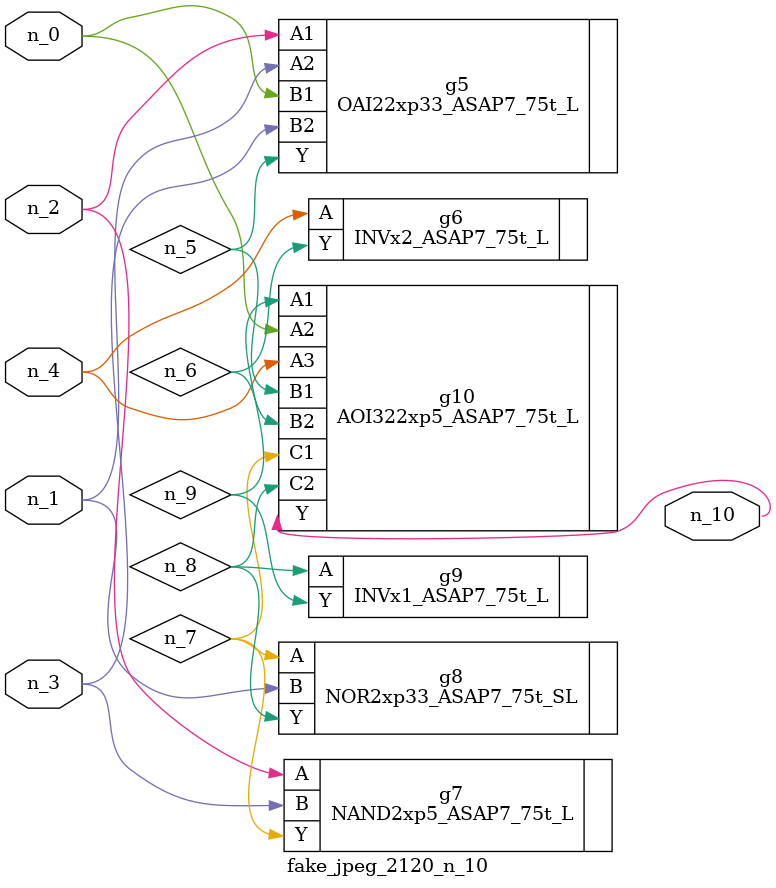
<source format=v>
module fake_jpeg_2120_n_10 (n_3, n_2, n_1, n_0, n_4, n_10);

input n_3;
input n_2;
input n_1;
input n_0;
input n_4;

output n_10;

wire n_8;
wire n_9;
wire n_6;
wire n_5;
wire n_7;

OAI22xp33_ASAP7_75t_L g5 ( 
.A1(n_2),
.A2(n_1),
.B1(n_0),
.B2(n_3),
.Y(n_5)
);

INVx2_ASAP7_75t_L g6 ( 
.A(n_4),
.Y(n_6)
);

NAND2xp5_ASAP7_75t_L g7 ( 
.A(n_2),
.B(n_3),
.Y(n_7)
);

NOR2xp33_ASAP7_75t_SL g8 ( 
.A(n_7),
.B(n_1),
.Y(n_8)
);

INVx1_ASAP7_75t_L g9 ( 
.A(n_8),
.Y(n_9)
);

AOI322xp5_ASAP7_75t_L g10 ( 
.A1(n_9),
.A2(n_0),
.A3(n_4),
.B1(n_5),
.B2(n_6),
.C1(n_7),
.C2(n_8),
.Y(n_10)
);


endmodule
</source>
